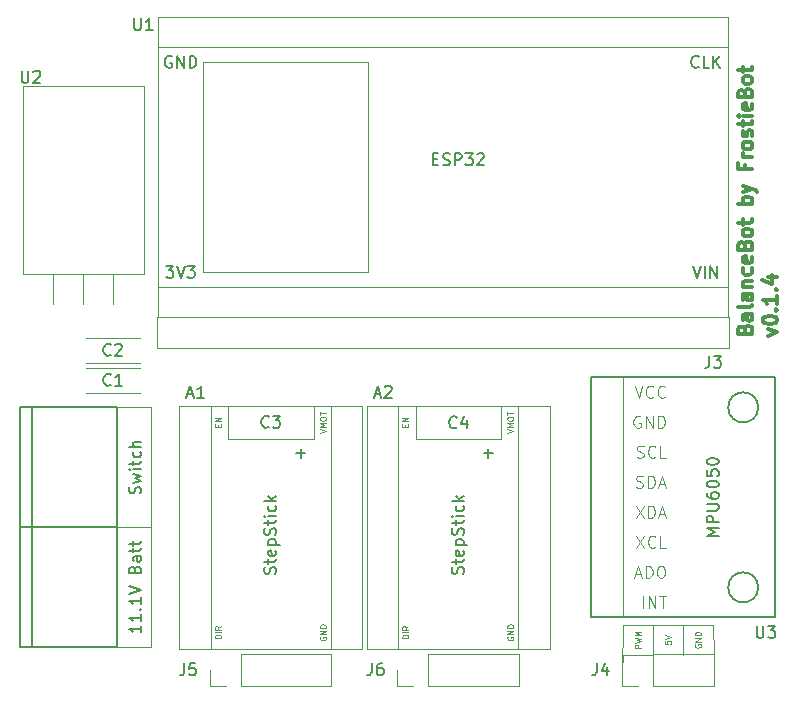
<source format=gbr>
G04 #@! TF.GenerationSoftware,KiCad,Pcbnew,(5.1.2-1)-1*
G04 #@! TF.CreationDate,2019-10-28T15:32:03-04:00*
G04 #@! TF.ProjectId,balancebot,62616c61-6e63-4656-926f-742e6b696361,rev?*
G04 #@! TF.SameCoordinates,Original*
G04 #@! TF.FileFunction,Legend,Top*
G04 #@! TF.FilePolarity,Positive*
%FSLAX46Y46*%
G04 Gerber Fmt 4.6, Leading zero omitted, Abs format (unit mm)*
G04 Created by KiCad (PCBNEW (5.1.2-1)-1) date 2019-10-28 15:32:03*
%MOMM*%
%LPD*%
G04 APERTURE LIST*
%ADD10C,0.150000*%
%ADD11C,0.300000*%
%ADD12C,0.120000*%
%ADD13C,0.125000*%
%ADD14C,0.127000*%
G04 APERTURE END LIST*
D10*
X-8492857Y12136428D02*
X-8159523Y12136428D01*
X-8016666Y11612619D02*
X-8492857Y11612619D01*
X-8492857Y12612619D01*
X-8016666Y12612619D01*
X-7635714Y11660238D02*
X-7492857Y11612619D01*
X-7254761Y11612619D01*
X-7159523Y11660238D01*
X-7111904Y11707857D01*
X-7064285Y11803095D01*
X-7064285Y11898333D01*
X-7111904Y11993571D01*
X-7159523Y12041190D01*
X-7254761Y12088809D01*
X-7445238Y12136428D01*
X-7540476Y12184047D01*
X-7588095Y12231666D01*
X-7635714Y12326904D01*
X-7635714Y12422142D01*
X-7588095Y12517380D01*
X-7540476Y12565000D01*
X-7445238Y12612619D01*
X-7207142Y12612619D01*
X-7064285Y12565000D01*
X-6635714Y11612619D02*
X-6635714Y12612619D01*
X-6254761Y12612619D01*
X-6159523Y12565000D01*
X-6111904Y12517380D01*
X-6064285Y12422142D01*
X-6064285Y12279285D01*
X-6111904Y12184047D01*
X-6159523Y12136428D01*
X-6254761Y12088809D01*
X-6635714Y12088809D01*
X-5730952Y12612619D02*
X-5111904Y12612619D01*
X-5445238Y12231666D01*
X-5302380Y12231666D01*
X-5207142Y12184047D01*
X-5159523Y12136428D01*
X-5111904Y12041190D01*
X-5111904Y11803095D01*
X-5159523Y11707857D01*
X-5207142Y11660238D01*
X-5302380Y11612619D01*
X-5588095Y11612619D01*
X-5683333Y11660238D01*
X-5730952Y11707857D01*
X-4730952Y12517380D02*
X-4683333Y12565000D01*
X-4588095Y12612619D01*
X-4350000Y12612619D01*
X-4254761Y12565000D01*
X-4207142Y12517380D01*
X-4159523Y12422142D01*
X-4159523Y12326904D01*
X-4207142Y12184047D01*
X-4778571Y11612619D01*
X-4159523Y11612619D01*
X-5945238Y-22970714D02*
X-5897619Y-22827857D01*
X-5897619Y-22589761D01*
X-5945238Y-22494523D01*
X-5992857Y-22446904D01*
X-6088095Y-22399285D01*
X-6183333Y-22399285D01*
X-6278571Y-22446904D01*
X-6326190Y-22494523D01*
X-6373809Y-22589761D01*
X-6421428Y-22780238D01*
X-6469047Y-22875476D01*
X-6516666Y-22923095D01*
X-6611904Y-22970714D01*
X-6707142Y-22970714D01*
X-6802380Y-22923095D01*
X-6850000Y-22875476D01*
X-6897619Y-22780238D01*
X-6897619Y-22542142D01*
X-6850000Y-22399285D01*
X-6564285Y-22113571D02*
X-6564285Y-21732619D01*
X-6897619Y-21970714D02*
X-6040476Y-21970714D01*
X-5945238Y-21923095D01*
X-5897619Y-21827857D01*
X-5897619Y-21732619D01*
X-5945238Y-21018333D02*
X-5897619Y-21113571D01*
X-5897619Y-21304047D01*
X-5945238Y-21399285D01*
X-6040476Y-21446904D01*
X-6421428Y-21446904D01*
X-6516666Y-21399285D01*
X-6564285Y-21304047D01*
X-6564285Y-21113571D01*
X-6516666Y-21018333D01*
X-6421428Y-20970714D01*
X-6326190Y-20970714D01*
X-6230952Y-21446904D01*
X-6564285Y-20542142D02*
X-5564285Y-20542142D01*
X-6516666Y-20542142D02*
X-6564285Y-20446904D01*
X-6564285Y-20256428D01*
X-6516666Y-20161190D01*
X-6469047Y-20113571D01*
X-6373809Y-20065952D01*
X-6088095Y-20065952D01*
X-5992857Y-20113571D01*
X-5945238Y-20161190D01*
X-5897619Y-20256428D01*
X-5897619Y-20446904D01*
X-5945238Y-20542142D01*
X-5945238Y-19685000D02*
X-5897619Y-19542142D01*
X-5897619Y-19304047D01*
X-5945238Y-19208809D01*
X-5992857Y-19161190D01*
X-6088095Y-19113571D01*
X-6183333Y-19113571D01*
X-6278571Y-19161190D01*
X-6326190Y-19208809D01*
X-6373809Y-19304047D01*
X-6421428Y-19494523D01*
X-6469047Y-19589761D01*
X-6516666Y-19637380D01*
X-6611904Y-19685000D01*
X-6707142Y-19685000D01*
X-6802380Y-19637380D01*
X-6850000Y-19589761D01*
X-6897619Y-19494523D01*
X-6897619Y-19256428D01*
X-6850000Y-19113571D01*
X-6564285Y-18827857D02*
X-6564285Y-18446904D01*
X-6897619Y-18685000D02*
X-6040476Y-18685000D01*
X-5945238Y-18637380D01*
X-5897619Y-18542142D01*
X-5897619Y-18446904D01*
X-5897619Y-18113571D02*
X-6564285Y-18113571D01*
X-6897619Y-18113571D02*
X-6850000Y-18161190D01*
X-6802380Y-18113571D01*
X-6850000Y-18065952D01*
X-6897619Y-18113571D01*
X-6802380Y-18113571D01*
X-5945238Y-17208809D02*
X-5897619Y-17304047D01*
X-5897619Y-17494523D01*
X-5945238Y-17589761D01*
X-5992857Y-17637380D01*
X-6088095Y-17685000D01*
X-6373809Y-17685000D01*
X-6469047Y-17637380D01*
X-6516666Y-17589761D01*
X-6564285Y-17494523D01*
X-6564285Y-17304047D01*
X-6516666Y-17208809D01*
X-5897619Y-16780238D02*
X-6897619Y-16780238D01*
X-6278571Y-16685000D02*
X-5897619Y-16399285D01*
X-6564285Y-16399285D02*
X-6183333Y-16780238D01*
X-21820238Y-22970714D02*
X-21772619Y-22827857D01*
X-21772619Y-22589761D01*
X-21820238Y-22494523D01*
X-21867857Y-22446904D01*
X-21963095Y-22399285D01*
X-22058333Y-22399285D01*
X-22153571Y-22446904D01*
X-22201190Y-22494523D01*
X-22248809Y-22589761D01*
X-22296428Y-22780238D01*
X-22344047Y-22875476D01*
X-22391666Y-22923095D01*
X-22486904Y-22970714D01*
X-22582142Y-22970714D01*
X-22677380Y-22923095D01*
X-22725000Y-22875476D01*
X-22772619Y-22780238D01*
X-22772619Y-22542142D01*
X-22725000Y-22399285D01*
X-22439285Y-22113571D02*
X-22439285Y-21732619D01*
X-22772619Y-21970714D02*
X-21915476Y-21970714D01*
X-21820238Y-21923095D01*
X-21772619Y-21827857D01*
X-21772619Y-21732619D01*
X-21820238Y-21018333D02*
X-21772619Y-21113571D01*
X-21772619Y-21304047D01*
X-21820238Y-21399285D01*
X-21915476Y-21446904D01*
X-22296428Y-21446904D01*
X-22391666Y-21399285D01*
X-22439285Y-21304047D01*
X-22439285Y-21113571D01*
X-22391666Y-21018333D01*
X-22296428Y-20970714D01*
X-22201190Y-20970714D01*
X-22105952Y-21446904D01*
X-22439285Y-20542142D02*
X-21439285Y-20542142D01*
X-22391666Y-20542142D02*
X-22439285Y-20446904D01*
X-22439285Y-20256428D01*
X-22391666Y-20161190D01*
X-22344047Y-20113571D01*
X-22248809Y-20065952D01*
X-21963095Y-20065952D01*
X-21867857Y-20113571D01*
X-21820238Y-20161190D01*
X-21772619Y-20256428D01*
X-21772619Y-20446904D01*
X-21820238Y-20542142D01*
X-21820238Y-19685000D02*
X-21772619Y-19542142D01*
X-21772619Y-19304047D01*
X-21820238Y-19208809D01*
X-21867857Y-19161190D01*
X-21963095Y-19113571D01*
X-22058333Y-19113571D01*
X-22153571Y-19161190D01*
X-22201190Y-19208809D01*
X-22248809Y-19304047D01*
X-22296428Y-19494523D01*
X-22344047Y-19589761D01*
X-22391666Y-19637380D01*
X-22486904Y-19685000D01*
X-22582142Y-19685000D01*
X-22677380Y-19637380D01*
X-22725000Y-19589761D01*
X-22772619Y-19494523D01*
X-22772619Y-19256428D01*
X-22725000Y-19113571D01*
X-22439285Y-18827857D02*
X-22439285Y-18446904D01*
X-22772619Y-18685000D02*
X-21915476Y-18685000D01*
X-21820238Y-18637380D01*
X-21772619Y-18542142D01*
X-21772619Y-18446904D01*
X-21772619Y-18113571D02*
X-22439285Y-18113571D01*
X-22772619Y-18113571D02*
X-22725000Y-18161190D01*
X-22677380Y-18113571D01*
X-22725000Y-18065952D01*
X-22772619Y-18113571D01*
X-22677380Y-18113571D01*
X-21820238Y-17208809D02*
X-21772619Y-17304047D01*
X-21772619Y-17494523D01*
X-21820238Y-17589761D01*
X-21867857Y-17637380D01*
X-21963095Y-17685000D01*
X-22248809Y-17685000D01*
X-22344047Y-17637380D01*
X-22391666Y-17589761D01*
X-22439285Y-17494523D01*
X-22439285Y-17304047D01*
X-22391666Y-17208809D01*
X-21772619Y-16780238D02*
X-22772619Y-16780238D01*
X-22153571Y-16685000D02*
X-21772619Y-16399285D01*
X-22439285Y-16399285D02*
X-22058333Y-16780238D01*
D11*
X17914285Y-2294285D02*
X17971428Y-2122857D01*
X18028571Y-2065714D01*
X18142857Y-2008571D01*
X18314285Y-2008571D01*
X18428571Y-2065714D01*
X18485714Y-2122857D01*
X18542857Y-2237142D01*
X18542857Y-2694285D01*
X17342857Y-2694285D01*
X17342857Y-2294285D01*
X17400000Y-2180000D01*
X17457142Y-2122857D01*
X17571428Y-2065714D01*
X17685714Y-2065714D01*
X17800000Y-2122857D01*
X17857142Y-2180000D01*
X17914285Y-2294285D01*
X17914285Y-2694285D01*
X18542857Y-980000D02*
X17914285Y-980000D01*
X17800000Y-1037142D01*
X17742857Y-1151428D01*
X17742857Y-1380000D01*
X17800000Y-1494285D01*
X18485714Y-980000D02*
X18542857Y-1094285D01*
X18542857Y-1380000D01*
X18485714Y-1494285D01*
X18371428Y-1551428D01*
X18257142Y-1551428D01*
X18142857Y-1494285D01*
X18085714Y-1380000D01*
X18085714Y-1094285D01*
X18028571Y-980000D01*
X18542857Y-237142D02*
X18485714Y-351428D01*
X18371428Y-408571D01*
X17342857Y-408571D01*
X18542857Y734285D02*
X17914285Y734285D01*
X17800000Y677142D01*
X17742857Y562857D01*
X17742857Y334285D01*
X17800000Y220000D01*
X18485714Y734285D02*
X18542857Y620000D01*
X18542857Y334285D01*
X18485714Y220000D01*
X18371428Y162857D01*
X18257142Y162857D01*
X18142857Y220000D01*
X18085714Y334285D01*
X18085714Y620000D01*
X18028571Y734285D01*
X17742857Y1305714D02*
X18542857Y1305714D01*
X17857142Y1305714D02*
X17800000Y1362857D01*
X17742857Y1477142D01*
X17742857Y1648571D01*
X17800000Y1762857D01*
X17914285Y1820000D01*
X18542857Y1820000D01*
X18485714Y2905714D02*
X18542857Y2791428D01*
X18542857Y2562857D01*
X18485714Y2448571D01*
X18428571Y2391428D01*
X18314285Y2334285D01*
X17971428Y2334285D01*
X17857142Y2391428D01*
X17800000Y2448571D01*
X17742857Y2562857D01*
X17742857Y2791428D01*
X17800000Y2905714D01*
X18485714Y3877142D02*
X18542857Y3762857D01*
X18542857Y3534285D01*
X18485714Y3420000D01*
X18371428Y3362857D01*
X17914285Y3362857D01*
X17800000Y3420000D01*
X17742857Y3534285D01*
X17742857Y3762857D01*
X17800000Y3877142D01*
X17914285Y3934285D01*
X18028571Y3934285D01*
X18142857Y3362857D01*
X17914285Y4848571D02*
X17971428Y5020000D01*
X18028571Y5077142D01*
X18142857Y5134285D01*
X18314285Y5134285D01*
X18428571Y5077142D01*
X18485714Y5020000D01*
X18542857Y4905714D01*
X18542857Y4448571D01*
X17342857Y4448571D01*
X17342857Y4848571D01*
X17400000Y4962857D01*
X17457142Y5020000D01*
X17571428Y5077142D01*
X17685714Y5077142D01*
X17800000Y5020000D01*
X17857142Y4962857D01*
X17914285Y4848571D01*
X17914285Y4448571D01*
X18542857Y5820000D02*
X18485714Y5705714D01*
X18428571Y5648571D01*
X18314285Y5591428D01*
X17971428Y5591428D01*
X17857142Y5648571D01*
X17800000Y5705714D01*
X17742857Y5820000D01*
X17742857Y5991428D01*
X17800000Y6105714D01*
X17857142Y6162857D01*
X17971428Y6220000D01*
X18314285Y6220000D01*
X18428571Y6162857D01*
X18485714Y6105714D01*
X18542857Y5991428D01*
X18542857Y5820000D01*
X17742857Y6562857D02*
X17742857Y7020000D01*
X17342857Y6734285D02*
X18371428Y6734285D01*
X18485714Y6791428D01*
X18542857Y6905714D01*
X18542857Y7020000D01*
X18542857Y8334285D02*
X17342857Y8334285D01*
X17800000Y8334285D02*
X17742857Y8448571D01*
X17742857Y8677142D01*
X17800000Y8791428D01*
X17857142Y8848571D01*
X17971428Y8905714D01*
X18314285Y8905714D01*
X18428571Y8848571D01*
X18485714Y8791428D01*
X18542857Y8677142D01*
X18542857Y8448571D01*
X18485714Y8334285D01*
X17742857Y9305714D02*
X18542857Y9591428D01*
X17742857Y9877142D02*
X18542857Y9591428D01*
X18828571Y9477142D01*
X18885714Y9420000D01*
X18942857Y9305714D01*
X17914285Y11648571D02*
X17914285Y11248571D01*
X18542857Y11248571D02*
X17342857Y11248571D01*
X17342857Y11820000D01*
X18542857Y12277142D02*
X17742857Y12277142D01*
X17971428Y12277142D02*
X17857142Y12334285D01*
X17800000Y12391428D01*
X17742857Y12505714D01*
X17742857Y12620000D01*
X18542857Y13191428D02*
X18485714Y13077142D01*
X18428571Y13020000D01*
X18314285Y12962857D01*
X17971428Y12962857D01*
X17857142Y13020000D01*
X17800000Y13077142D01*
X17742857Y13191428D01*
X17742857Y13362857D01*
X17800000Y13477142D01*
X17857142Y13534285D01*
X17971428Y13591428D01*
X18314285Y13591428D01*
X18428571Y13534285D01*
X18485714Y13477142D01*
X18542857Y13362857D01*
X18542857Y13191428D01*
X18485714Y14048571D02*
X18542857Y14162857D01*
X18542857Y14391428D01*
X18485714Y14505714D01*
X18371428Y14562857D01*
X18314285Y14562857D01*
X18200000Y14505714D01*
X18142857Y14391428D01*
X18142857Y14220000D01*
X18085714Y14105714D01*
X17971428Y14048571D01*
X17914285Y14048571D01*
X17800000Y14105714D01*
X17742857Y14220000D01*
X17742857Y14391428D01*
X17800000Y14505714D01*
X17742857Y14905714D02*
X17742857Y15362857D01*
X17342857Y15077142D02*
X18371428Y15077142D01*
X18485714Y15134285D01*
X18542857Y15248571D01*
X18542857Y15362857D01*
X18542857Y15762857D02*
X17742857Y15762857D01*
X17342857Y15762857D02*
X17400000Y15705714D01*
X17457142Y15762857D01*
X17400000Y15820000D01*
X17342857Y15762857D01*
X17457142Y15762857D01*
X18485714Y16791428D02*
X18542857Y16677142D01*
X18542857Y16448571D01*
X18485714Y16334285D01*
X18371428Y16277142D01*
X17914285Y16277142D01*
X17800000Y16334285D01*
X17742857Y16448571D01*
X17742857Y16677142D01*
X17800000Y16791428D01*
X17914285Y16848571D01*
X18028571Y16848571D01*
X18142857Y16277142D01*
X17914285Y17762857D02*
X17971428Y17934285D01*
X18028571Y17991428D01*
X18142857Y18048571D01*
X18314285Y18048571D01*
X18428571Y17991428D01*
X18485714Y17934285D01*
X18542857Y17820000D01*
X18542857Y17362857D01*
X17342857Y17362857D01*
X17342857Y17762857D01*
X17400000Y17877142D01*
X17457142Y17934285D01*
X17571428Y17991428D01*
X17685714Y17991428D01*
X17800000Y17934285D01*
X17857142Y17877142D01*
X17914285Y17762857D01*
X17914285Y17362857D01*
X18542857Y18734285D02*
X18485714Y18620000D01*
X18428571Y18562857D01*
X18314285Y18505714D01*
X17971428Y18505714D01*
X17857142Y18562857D01*
X17800000Y18620000D01*
X17742857Y18734285D01*
X17742857Y18905714D01*
X17800000Y19020000D01*
X17857142Y19077142D01*
X17971428Y19134285D01*
X18314285Y19134285D01*
X18428571Y19077142D01*
X18485714Y19020000D01*
X18542857Y18905714D01*
X18542857Y18734285D01*
X17742857Y19477142D02*
X17742857Y19934285D01*
X17342857Y19648571D02*
X18371428Y19648571D01*
X18485714Y19705714D01*
X18542857Y19820000D01*
X18542857Y19934285D01*
X19842857Y-2808571D02*
X20642857Y-2522857D01*
X19842857Y-2237142D01*
X19442857Y-1551428D02*
X19442857Y-1437142D01*
X19500000Y-1322857D01*
X19557142Y-1265714D01*
X19671428Y-1208571D01*
X19900000Y-1151428D01*
X20185714Y-1151428D01*
X20414285Y-1208571D01*
X20528571Y-1265714D01*
X20585714Y-1322857D01*
X20642857Y-1437142D01*
X20642857Y-1551428D01*
X20585714Y-1665714D01*
X20528571Y-1722857D01*
X20414285Y-1780000D01*
X20185714Y-1837142D01*
X19900000Y-1837142D01*
X19671428Y-1780000D01*
X19557142Y-1722857D01*
X19500000Y-1665714D01*
X19442857Y-1551428D01*
X20528571Y-637142D02*
X20585714Y-580000D01*
X20642857Y-637142D01*
X20585714Y-694285D01*
X20528571Y-637142D01*
X20642857Y-637142D01*
X20642857Y562857D02*
X20642857Y-122857D01*
X20642857Y220000D02*
X19442857Y220000D01*
X19614285Y105714D01*
X19728571Y-8571D01*
X19785714Y-122857D01*
X20528571Y1077142D02*
X20585714Y1134285D01*
X20642857Y1077142D01*
X20585714Y1020000D01*
X20528571Y1077142D01*
X20642857Y1077142D01*
X19842857Y2162857D02*
X20642857Y2162857D01*
X19385714Y1877142D02*
X20242857Y1591428D01*
X20242857Y2334285D01*
D12*
X12700000Y-27305000D02*
X12700000Y-29845000D01*
X10160000Y-27305000D02*
X12700000Y-27305000D01*
X10160000Y-29845000D02*
X10160000Y-27305000D01*
X7620000Y-29845000D02*
X10160000Y-29845000D01*
X7560000Y-31115000D02*
X7620000Y-29845000D01*
X7620000Y-27305000D02*
X7560000Y-31115000D01*
X15240000Y-27305000D02*
X7620000Y-27305000D01*
X15300000Y-29785000D02*
X15240000Y-27305000D01*
D13*
X13720000Y-28955952D02*
X13696190Y-29003571D01*
X13696190Y-29075000D01*
X13720000Y-29146428D01*
X13767619Y-29194047D01*
X13815238Y-29217857D01*
X13910476Y-29241666D01*
X13981904Y-29241666D01*
X14077142Y-29217857D01*
X14124761Y-29194047D01*
X14172380Y-29146428D01*
X14196190Y-29075000D01*
X14196190Y-29027380D01*
X14172380Y-28955952D01*
X14148571Y-28932142D01*
X13981904Y-28932142D01*
X13981904Y-29027380D01*
X14196190Y-28717857D02*
X13696190Y-28717857D01*
X14196190Y-28432142D01*
X13696190Y-28432142D01*
X14196190Y-28194047D02*
X13696190Y-28194047D01*
X13696190Y-28075000D01*
X13720000Y-28003571D01*
X13767619Y-27955952D01*
X13815238Y-27932142D01*
X13910476Y-27908333D01*
X13981904Y-27908333D01*
X14077142Y-27932142D01*
X14124761Y-27955952D01*
X14172380Y-28003571D01*
X14196190Y-28075000D01*
X14196190Y-28194047D01*
X11156190Y-28670238D02*
X11156190Y-28908333D01*
X11394285Y-28932142D01*
X11370476Y-28908333D01*
X11346666Y-28860714D01*
X11346666Y-28741666D01*
X11370476Y-28694047D01*
X11394285Y-28670238D01*
X11441904Y-28646428D01*
X11560952Y-28646428D01*
X11608571Y-28670238D01*
X11632380Y-28694047D01*
X11656190Y-28741666D01*
X11656190Y-28860714D01*
X11632380Y-28908333D01*
X11608571Y-28932142D01*
X11156190Y-28503571D02*
X11656190Y-28336904D01*
X11156190Y-28170238D01*
X9116190Y-29277380D02*
X8616190Y-29277380D01*
X8616190Y-29086904D01*
X8640000Y-29039285D01*
X8663809Y-29015476D01*
X8711428Y-28991666D01*
X8782857Y-28991666D01*
X8830476Y-29015476D01*
X8854285Y-29039285D01*
X8878095Y-29086904D01*
X8878095Y-29277380D01*
X8616190Y-28825000D02*
X9116190Y-28705952D01*
X8759047Y-28610714D01*
X9116190Y-28515476D01*
X8616190Y-28396428D01*
X9116190Y-28205952D02*
X8616190Y-28205952D01*
X8973333Y-28039285D01*
X8616190Y-27872619D01*
X9116190Y-27872619D01*
D12*
X-32385000Y-8890000D02*
X-32385000Y-19050000D01*
X-35270000Y-8890000D02*
X-32385000Y-8890000D01*
D10*
X-4190952Y-12771428D02*
X-3429047Y-12771428D01*
X-3810000Y-13152380D02*
X-3810000Y-12390476D01*
X-20065952Y-12771428D02*
X-19304047Y-12771428D01*
X-19685000Y-13152380D02*
X-19685000Y-12390476D01*
D12*
X-32385000Y-29210000D02*
X-35270000Y-29210000D01*
X-32385000Y-19050000D02*
X-32385000Y-29210000D01*
X-35270000Y-19050000D02*
X-32385000Y-19050000D01*
X-31813500Y-3870000D02*
X-31813500Y-1206500D01*
X-31813500Y-3873500D02*
X-29210000Y-3873500D01*
X-31813500Y-1210000D02*
X16570000Y-1210000D01*
X16570000Y-3870000D02*
X16570000Y-1210000D01*
X-29210000Y-3870000D02*
X16570000Y-3870000D01*
X7620000Y-6350000D02*
X7620000Y-26670000D01*
D10*
X4889500Y-6350000D02*
X20510500Y-6350000D01*
X4889500Y-26670000D02*
X4889500Y-6350000D01*
X20510500Y-26670000D02*
X4889500Y-26670000D01*
X20510500Y-6350000D02*
X20510500Y-26670000D01*
X19050000Y-24130000D02*
G75*
G03X19050000Y-24130000I-1270000J0D01*
G01*
X19050000Y-8890000D02*
G75*
G03X19050000Y-8890000I-1270000J0D01*
G01*
D12*
X1400000Y-8760000D02*
X-11430000Y-8760000D01*
X1400000Y-29340000D02*
X1400000Y-8760000D01*
X-14100000Y-29340000D02*
X1400000Y-29340000D01*
X-14100000Y-11430000D02*
X-14100000Y-29340000D01*
X-11430000Y-8760000D02*
X-11430000Y-11430000D01*
X-14100000Y-8760000D02*
X-14097000Y-11430000D01*
X-11430000Y-8763000D02*
X-14100000Y-8760000D01*
X-11430000Y-11430000D02*
X-11430000Y-29340000D01*
X-1270000Y-8760000D02*
X-1270000Y-29340000D01*
D14*
X-42470000Y-8890000D02*
X-42470000Y-19050000D01*
X-42470000Y-8890000D02*
X-35270000Y-8890000D01*
X-43470000Y-8890000D02*
X-42470000Y-8890000D01*
X-43470000Y-19050000D02*
X-43470000Y-8890000D01*
X-42470000Y-19050000D02*
X-43470000Y-19050000D01*
X-35270000Y-19050000D02*
X-42470000Y-19050000D01*
X-35270000Y-8890000D02*
X-35270000Y-19050000D01*
X-42470000Y-19050000D02*
X-42470000Y-29210000D01*
X-42470000Y-19050000D02*
X-35270000Y-19050000D01*
X-43470000Y-19050000D02*
X-42470000Y-19050000D01*
X-43470000Y-29210000D02*
X-43470000Y-19050000D01*
X-42470000Y-29210000D02*
X-43470000Y-29210000D01*
X-35270000Y-29210000D02*
X-42470000Y-29210000D01*
X-35270000Y-19050000D02*
X-35270000Y-29210000D01*
D12*
X-9930000Y-11530000D02*
X-9930000Y-8790000D01*
X-2690000Y-11530000D02*
X-2690000Y-8790000D01*
X-2690000Y-8790000D02*
X-9930000Y-8790000D01*
X-2690000Y-11530000D02*
X-9930000Y-11530000D01*
X-25805000Y-11530000D02*
X-25805000Y-8790000D01*
X-18565000Y-11530000D02*
X-18565000Y-8790000D01*
X-18565000Y-8790000D02*
X-25805000Y-8790000D01*
X-18565000Y-11530000D02*
X-25805000Y-11530000D01*
X-14475000Y-8760000D02*
X-27305000Y-8760000D01*
X-14475000Y-29340000D02*
X-14475000Y-8760000D01*
X-29975000Y-29340000D02*
X-14475000Y-29340000D01*
X-29975000Y-11430000D02*
X-29975000Y-29340000D01*
X-27305000Y-8760000D02*
X-27305000Y-11430000D01*
X-29975000Y-8760000D02*
X-29972000Y-11430000D01*
X-27305000Y-8763000D02*
X-29975000Y-8760000D01*
X-27305000Y-11430000D02*
X-27305000Y-29340000D01*
X-17145000Y-8760000D02*
X-17145000Y-29340000D01*
X-35560000Y2420000D02*
X-35560000Y-120000D01*
X-38100000Y2420000D02*
X-38100000Y-120000D01*
X-40640000Y2420000D02*
X-40640000Y-120000D01*
X-32980000Y18310000D02*
X-32980000Y2420000D01*
X-43220000Y18310000D02*
X-43220000Y2420000D01*
X-43220000Y18310000D02*
X-32980000Y18310000D01*
X-43220000Y2420000D02*
X-32980000Y2420000D01*
X-13970000Y2540000D02*
X-27940000Y2540000D01*
X-13970000Y20320000D02*
X-13970000Y2540000D01*
X-27940000Y20320000D02*
X-13970000Y20320000D01*
X-27940000Y2540000D02*
X-27940000Y20320000D01*
X-31750000Y-1270000D02*
X-29210000Y-1270000D01*
X-31750000Y1270000D02*
X-31750000Y-1270000D01*
X-31750000Y-1270000D02*
X-31750000Y0D01*
X-29210000Y1270000D02*
X-31750000Y1270000D01*
X-31750000Y21590000D02*
X16510000Y21590000D01*
X-29210000Y1270000D02*
X16510000Y1270000D01*
X16510000Y-1270000D02*
X16510000Y24130000D01*
X-29210000Y-1270000D02*
X16510000Y-1270000D01*
X-31750000Y24130000D02*
X16510000Y24130000D01*
X-31750000Y1270000D02*
X-31750000Y24130000D01*
X-11490000Y-32445000D02*
X-11490000Y-31115000D01*
X-10160000Y-32445000D02*
X-11490000Y-32445000D01*
X-8890000Y-32445000D02*
X-8890000Y-29785000D01*
X-8890000Y-29785000D02*
X-1210000Y-29785000D01*
X-8890000Y-32445000D02*
X-1210000Y-32445000D01*
X-1210000Y-32445000D02*
X-1210000Y-29785000D01*
X-27365000Y-32445000D02*
X-27365000Y-31115000D01*
X-26035000Y-32445000D02*
X-27365000Y-32445000D01*
X-24765000Y-32445000D02*
X-24765000Y-29785000D01*
X-24765000Y-29785000D02*
X-17085000Y-29785000D01*
X-24765000Y-32445000D02*
X-17085000Y-32445000D01*
X-17085000Y-32445000D02*
X-17085000Y-29785000D01*
X7560000Y-32445000D02*
X7560000Y-31115000D01*
X8890000Y-32445000D02*
X7560000Y-32445000D01*
X10160000Y-32445000D02*
X10160000Y-29785000D01*
X10160000Y-29785000D02*
X15300000Y-29785000D01*
X10160000Y-32445000D02*
X15300000Y-32445000D01*
X15300000Y-32445000D02*
X15300000Y-29785000D01*
X-37870000Y-2994000D02*
X-33330000Y-2994000D01*
X-37870000Y-5134000D02*
X-33330000Y-5134000D01*
X-37870000Y-2994000D02*
X-37870000Y-3009000D01*
X-37870000Y-5119000D02*
X-37870000Y-5134000D01*
X-33330000Y-2994000D02*
X-33330000Y-3009000D01*
X-33330000Y-5119000D02*
X-33330000Y-5134000D01*
X-33330000Y-7659000D02*
X-33330000Y-7674000D01*
X-33330000Y-5534000D02*
X-33330000Y-5549000D01*
X-37870000Y-7659000D02*
X-37870000Y-7674000D01*
X-37870000Y-5534000D02*
X-37870000Y-5549000D01*
X-37870000Y-7674000D02*
X-33330000Y-7674000D01*
X-37870000Y-5534000D02*
X-33330000Y-5534000D01*
D10*
X14906666Y-4532380D02*
X14906666Y-5246666D01*
X14859047Y-5389523D01*
X14763809Y-5484761D01*
X14620952Y-5532380D01*
X14525714Y-5532380D01*
X15287619Y-4532380D02*
X15906666Y-4532380D01*
X15573333Y-4913333D01*
X15716190Y-4913333D01*
X15811428Y-4960952D01*
X15859047Y-5008571D01*
X15906666Y-5103809D01*
X15906666Y-5341904D01*
X15859047Y-5437142D01*
X15811428Y-5484761D01*
X15716190Y-5532380D01*
X15430476Y-5532380D01*
X15335238Y-5484761D01*
X15287619Y-5437142D01*
X18923095Y-27392380D02*
X18923095Y-28201904D01*
X18970714Y-28297142D01*
X19018333Y-28344761D01*
X19113571Y-28392380D01*
X19304047Y-28392380D01*
X19399285Y-28344761D01*
X19446904Y-28297142D01*
X19494523Y-28201904D01*
X19494523Y-27392380D01*
X19875476Y-27392380D02*
X20494523Y-27392380D01*
X20161190Y-27773333D01*
X20304047Y-27773333D01*
X20399285Y-27820952D01*
X20446904Y-27868571D01*
X20494523Y-27963809D01*
X20494523Y-28201904D01*
X20446904Y-28297142D01*
X20399285Y-28344761D01*
X20304047Y-28392380D01*
X20018333Y-28392380D01*
X19923095Y-28344761D01*
X19875476Y-28297142D01*
X15692380Y-19771904D02*
X14692380Y-19771904D01*
X15406666Y-19438571D01*
X14692380Y-19105238D01*
X15692380Y-19105238D01*
X15692380Y-18629047D02*
X14692380Y-18629047D01*
X14692380Y-18248095D01*
X14740000Y-18152857D01*
X14787619Y-18105238D01*
X14882857Y-18057619D01*
X15025714Y-18057619D01*
X15120952Y-18105238D01*
X15168571Y-18152857D01*
X15216190Y-18248095D01*
X15216190Y-18629047D01*
X14692380Y-17629047D02*
X15501904Y-17629047D01*
X15597142Y-17581428D01*
X15644761Y-17533809D01*
X15692380Y-17438571D01*
X15692380Y-17248095D01*
X15644761Y-17152857D01*
X15597142Y-17105238D01*
X15501904Y-17057619D01*
X14692380Y-17057619D01*
X14692380Y-16152857D02*
X14692380Y-16343333D01*
X14740000Y-16438571D01*
X14787619Y-16486190D01*
X14930476Y-16581428D01*
X15120952Y-16629047D01*
X15501904Y-16629047D01*
X15597142Y-16581428D01*
X15644761Y-16533809D01*
X15692380Y-16438571D01*
X15692380Y-16248095D01*
X15644761Y-16152857D01*
X15597142Y-16105238D01*
X15501904Y-16057619D01*
X15263809Y-16057619D01*
X15168571Y-16105238D01*
X15120952Y-16152857D01*
X15073333Y-16248095D01*
X15073333Y-16438571D01*
X15120952Y-16533809D01*
X15168571Y-16581428D01*
X15263809Y-16629047D01*
X14692380Y-15438571D02*
X14692380Y-15343333D01*
X14740000Y-15248095D01*
X14787619Y-15200476D01*
X14882857Y-15152857D01*
X15073333Y-15105238D01*
X15311428Y-15105238D01*
X15501904Y-15152857D01*
X15597142Y-15200476D01*
X15644761Y-15248095D01*
X15692380Y-15343333D01*
X15692380Y-15438571D01*
X15644761Y-15533809D01*
X15597142Y-15581428D01*
X15501904Y-15629047D01*
X15311428Y-15676666D01*
X15073333Y-15676666D01*
X14882857Y-15629047D01*
X14787619Y-15581428D01*
X14740000Y-15533809D01*
X14692380Y-15438571D01*
X14692380Y-14200476D02*
X14692380Y-14676666D01*
X15168571Y-14724285D01*
X15120952Y-14676666D01*
X15073333Y-14581428D01*
X15073333Y-14343333D01*
X15120952Y-14248095D01*
X15168571Y-14200476D01*
X15263809Y-14152857D01*
X15501904Y-14152857D01*
X15597142Y-14200476D01*
X15644761Y-14248095D01*
X15692380Y-14343333D01*
X15692380Y-14581428D01*
X15644761Y-14676666D01*
X15597142Y-14724285D01*
X14692380Y-13533809D02*
X14692380Y-13438571D01*
X14740000Y-13343333D01*
X14787619Y-13295714D01*
X14882857Y-13248095D01*
X15073333Y-13200476D01*
X15311428Y-13200476D01*
X15501904Y-13248095D01*
X15597142Y-13295714D01*
X15644761Y-13343333D01*
X15692380Y-13438571D01*
X15692380Y-13533809D01*
X15644761Y-13629047D01*
X15597142Y-13676666D01*
X15501904Y-13724285D01*
X15311428Y-13771904D01*
X15073333Y-13771904D01*
X14882857Y-13724285D01*
X14787619Y-13676666D01*
X14740000Y-13629047D01*
X14692380Y-13533809D01*
D13*
X9301130Y-25852380D02*
X9301130Y-24852380D01*
X9777321Y-25852380D02*
X9777321Y-24852380D01*
X10348750Y-25852380D01*
X10348750Y-24852380D01*
X10682083Y-24852380D02*
X11253511Y-24852380D01*
X10967797Y-25852380D02*
X10967797Y-24852380D01*
X8634464Y-23026666D02*
X9110654Y-23026666D01*
X8539226Y-23312380D02*
X8872559Y-22312380D01*
X9205892Y-23312380D01*
X9539226Y-23312380D02*
X9539226Y-22312380D01*
X9777321Y-22312380D01*
X9920178Y-22360000D01*
X10015416Y-22455238D01*
X10063035Y-22550476D01*
X10110654Y-22740952D01*
X10110654Y-22883809D01*
X10063035Y-23074285D01*
X10015416Y-23169523D01*
X9920178Y-23264761D01*
X9777321Y-23312380D01*
X9539226Y-23312380D01*
X10729702Y-22312380D02*
X10920178Y-22312380D01*
X11015416Y-22360000D01*
X11110654Y-22455238D01*
X11158273Y-22645714D01*
X11158273Y-22979047D01*
X11110654Y-23169523D01*
X11015416Y-23264761D01*
X10920178Y-23312380D01*
X10729702Y-23312380D01*
X10634464Y-23264761D01*
X10539226Y-23169523D01*
X10491607Y-22979047D01*
X10491607Y-22645714D01*
X10539226Y-22455238D01*
X10634464Y-22360000D01*
X10729702Y-22312380D01*
X8729702Y-19772380D02*
X9396369Y-20772380D01*
X9396369Y-19772380D02*
X8729702Y-20772380D01*
X10348750Y-20677142D02*
X10301130Y-20724761D01*
X10158273Y-20772380D01*
X10063035Y-20772380D01*
X9920178Y-20724761D01*
X9824940Y-20629523D01*
X9777321Y-20534285D01*
X9729702Y-20343809D01*
X9729702Y-20200952D01*
X9777321Y-20010476D01*
X9824940Y-19915238D01*
X9920178Y-19820000D01*
X10063035Y-19772380D01*
X10158273Y-19772380D01*
X10301130Y-19820000D01*
X10348750Y-19867619D01*
X11253511Y-20772380D02*
X10777321Y-20772380D01*
X10777321Y-19772380D01*
X8682083Y-17232380D02*
X9348750Y-18232380D01*
X9348750Y-17232380D02*
X8682083Y-18232380D01*
X9729702Y-18232380D02*
X9729702Y-17232380D01*
X9967797Y-17232380D01*
X10110654Y-17280000D01*
X10205892Y-17375238D01*
X10253511Y-17470476D01*
X10301130Y-17660952D01*
X10301130Y-17803809D01*
X10253511Y-17994285D01*
X10205892Y-18089523D01*
X10110654Y-18184761D01*
X9967797Y-18232380D01*
X9729702Y-18232380D01*
X10682083Y-17946666D02*
X11158273Y-17946666D01*
X10586845Y-18232380D02*
X10920178Y-17232380D01*
X11253511Y-18232380D01*
X8729702Y-15644761D02*
X8872559Y-15692380D01*
X9110654Y-15692380D01*
X9205892Y-15644761D01*
X9253511Y-15597142D01*
X9301130Y-15501904D01*
X9301130Y-15406666D01*
X9253511Y-15311428D01*
X9205892Y-15263809D01*
X9110654Y-15216190D01*
X8920178Y-15168571D01*
X8824940Y-15120952D01*
X8777321Y-15073333D01*
X8729702Y-14978095D01*
X8729702Y-14882857D01*
X8777321Y-14787619D01*
X8824940Y-14740000D01*
X8920178Y-14692380D01*
X9158273Y-14692380D01*
X9301130Y-14740000D01*
X9729702Y-15692380D02*
X9729702Y-14692380D01*
X9967797Y-14692380D01*
X10110654Y-14740000D01*
X10205892Y-14835238D01*
X10253511Y-14930476D01*
X10301130Y-15120952D01*
X10301130Y-15263809D01*
X10253511Y-15454285D01*
X10205892Y-15549523D01*
X10110654Y-15644761D01*
X9967797Y-15692380D01*
X9729702Y-15692380D01*
X10682083Y-15406666D02*
X11158273Y-15406666D01*
X10586845Y-15692380D02*
X10920178Y-14692380D01*
X11253511Y-15692380D01*
X8777321Y-13104761D02*
X8920178Y-13152380D01*
X9158273Y-13152380D01*
X9253511Y-13104761D01*
X9301130Y-13057142D01*
X9348750Y-12961904D01*
X9348750Y-12866666D01*
X9301130Y-12771428D01*
X9253511Y-12723809D01*
X9158273Y-12676190D01*
X8967797Y-12628571D01*
X8872559Y-12580952D01*
X8824940Y-12533333D01*
X8777321Y-12438095D01*
X8777321Y-12342857D01*
X8824940Y-12247619D01*
X8872559Y-12200000D01*
X8967797Y-12152380D01*
X9205892Y-12152380D01*
X9348750Y-12200000D01*
X10348750Y-13057142D02*
X10301130Y-13104761D01*
X10158273Y-13152380D01*
X10063035Y-13152380D01*
X9920178Y-13104761D01*
X9824940Y-13009523D01*
X9777321Y-12914285D01*
X9729702Y-12723809D01*
X9729702Y-12580952D01*
X9777321Y-12390476D01*
X9824940Y-12295238D01*
X9920178Y-12200000D01*
X10063035Y-12152380D01*
X10158273Y-12152380D01*
X10301130Y-12200000D01*
X10348750Y-12247619D01*
X11253511Y-13152380D02*
X10777321Y-13152380D01*
X10777321Y-12152380D01*
X9063035Y-9660000D02*
X8967797Y-9612380D01*
X8824940Y-9612380D01*
X8682083Y-9660000D01*
X8586845Y-9755238D01*
X8539226Y-9850476D01*
X8491607Y-10040952D01*
X8491607Y-10183809D01*
X8539226Y-10374285D01*
X8586845Y-10469523D01*
X8682083Y-10564761D01*
X8824940Y-10612380D01*
X8920178Y-10612380D01*
X9063035Y-10564761D01*
X9110654Y-10517142D01*
X9110654Y-10183809D01*
X8920178Y-10183809D01*
X9539226Y-10612380D02*
X9539226Y-9612380D01*
X10110654Y-10612380D01*
X10110654Y-9612380D01*
X10586845Y-10612380D02*
X10586845Y-9612380D01*
X10824940Y-9612380D01*
X10967797Y-9660000D01*
X11063035Y-9755238D01*
X11110654Y-9850476D01*
X11158273Y-10040952D01*
X11158273Y-10183809D01*
X11110654Y-10374285D01*
X11063035Y-10469523D01*
X10967797Y-10564761D01*
X10824940Y-10612380D01*
X10586845Y-10612380D01*
X8586845Y-7072380D02*
X8920178Y-8072380D01*
X9253511Y-7072380D01*
X10158273Y-7977142D02*
X10110654Y-8024761D01*
X9967797Y-8072380D01*
X9872559Y-8072380D01*
X9729702Y-8024761D01*
X9634464Y-7929523D01*
X9586845Y-7834285D01*
X9539226Y-7643809D01*
X9539226Y-7500952D01*
X9586845Y-7310476D01*
X9634464Y-7215238D01*
X9729702Y-7120000D01*
X9872559Y-7072380D01*
X9967797Y-7072380D01*
X10110654Y-7120000D01*
X10158273Y-7167619D01*
X11158273Y-7977142D02*
X11110654Y-8024761D01*
X10967797Y-8072380D01*
X10872559Y-8072380D01*
X10729702Y-8024761D01*
X10634464Y-7929523D01*
X10586845Y-7834285D01*
X10539226Y-7643809D01*
X10539226Y-7500952D01*
X10586845Y-7310476D01*
X10634464Y-7215238D01*
X10729702Y-7120000D01*
X10872559Y-7072380D01*
X10967797Y-7072380D01*
X11110654Y-7120000D01*
X11158273Y-7167619D01*
D10*
X-13414285Y-7786666D02*
X-12938095Y-7786666D01*
X-13509523Y-8072380D02*
X-13176190Y-7072380D01*
X-12842857Y-8072380D01*
X-12557142Y-7167619D02*
X-12509523Y-7120000D01*
X-12414285Y-7072380D01*
X-12176190Y-7072380D01*
X-12080952Y-7120000D01*
X-12033333Y-7167619D01*
X-11985714Y-7262857D01*
X-11985714Y-7358095D01*
X-12033333Y-7500952D01*
X-12604761Y-8072380D01*
X-11985714Y-8072380D01*
D13*
X-2155000Y-28320952D02*
X-2178809Y-28368571D01*
X-2178809Y-28440000D01*
X-2155000Y-28511428D01*
X-2107380Y-28559047D01*
X-2059761Y-28582857D01*
X-1964523Y-28606666D01*
X-1893095Y-28606666D01*
X-1797857Y-28582857D01*
X-1750238Y-28559047D01*
X-1702619Y-28511428D01*
X-1678809Y-28440000D01*
X-1678809Y-28392380D01*
X-1702619Y-28320952D01*
X-1726428Y-28297142D01*
X-1893095Y-28297142D01*
X-1893095Y-28392380D01*
X-1678809Y-28082857D02*
X-2178809Y-28082857D01*
X-1678809Y-27797142D01*
X-2178809Y-27797142D01*
X-1678809Y-27559047D02*
X-2178809Y-27559047D01*
X-2178809Y-27440000D01*
X-2155000Y-27368571D01*
X-2107380Y-27320952D01*
X-2059761Y-27297142D01*
X-1964523Y-27273333D01*
X-1893095Y-27273333D01*
X-1797857Y-27297142D01*
X-1750238Y-27320952D01*
X-1702619Y-27368571D01*
X-1678809Y-27440000D01*
X-1678809Y-27559047D01*
X-10568809Y-28440000D02*
X-11068809Y-28440000D01*
X-11068809Y-28320952D01*
X-11045000Y-28249523D01*
X-10997380Y-28201904D01*
X-10949761Y-28178095D01*
X-10854523Y-28154285D01*
X-10783095Y-28154285D01*
X-10687857Y-28178095D01*
X-10640238Y-28201904D01*
X-10592619Y-28249523D01*
X-10568809Y-28320952D01*
X-10568809Y-28440000D01*
X-10568809Y-27940000D02*
X-11068809Y-27940000D01*
X-10568809Y-27416190D02*
X-10806904Y-27582857D01*
X-10568809Y-27701904D02*
X-11068809Y-27701904D01*
X-11068809Y-27511428D01*
X-11045000Y-27463809D01*
X-11021190Y-27440000D01*
X-10973571Y-27416190D01*
X-10902142Y-27416190D01*
X-10854523Y-27440000D01*
X-10830714Y-27463809D01*
X-10806904Y-27511428D01*
X-10806904Y-27701904D01*
X-2178809Y-11064761D02*
X-1678809Y-10898095D01*
X-2178809Y-10731428D01*
X-1678809Y-10564761D02*
X-2178809Y-10564761D01*
X-1821666Y-10398095D01*
X-2178809Y-10231428D01*
X-1678809Y-10231428D01*
X-2178809Y-9898095D02*
X-2178809Y-9802857D01*
X-2155000Y-9755238D01*
X-2107380Y-9707619D01*
X-2012142Y-9683809D01*
X-1845476Y-9683809D01*
X-1750238Y-9707619D01*
X-1702619Y-9755238D01*
X-1678809Y-9802857D01*
X-1678809Y-9898095D01*
X-1702619Y-9945714D01*
X-1750238Y-9993333D01*
X-1845476Y-10017142D01*
X-2012142Y-10017142D01*
X-2107380Y-9993333D01*
X-2155000Y-9945714D01*
X-2178809Y-9898095D01*
X-2178809Y-9540952D02*
X-2178809Y-9255238D01*
X-1678809Y-9398095D02*
X-2178809Y-9398095D01*
X-10830714Y-10529047D02*
X-10830714Y-10362380D01*
X-10568809Y-10290952D02*
X-10568809Y-10529047D01*
X-11068809Y-10529047D01*
X-11068809Y-10290952D01*
X-10568809Y-10076666D02*
X-11068809Y-10076666D01*
X-10568809Y-9790952D01*
X-11068809Y-9790952D01*
D10*
X-33250238Y-16184285D02*
X-33202619Y-16041428D01*
X-33202619Y-15803333D01*
X-33250238Y-15708095D01*
X-33297857Y-15660476D01*
X-33393095Y-15612857D01*
X-33488333Y-15612857D01*
X-33583571Y-15660476D01*
X-33631190Y-15708095D01*
X-33678809Y-15803333D01*
X-33726428Y-15993809D01*
X-33774047Y-16089047D01*
X-33821666Y-16136666D01*
X-33916904Y-16184285D01*
X-34012142Y-16184285D01*
X-34107380Y-16136666D01*
X-34155000Y-16089047D01*
X-34202619Y-15993809D01*
X-34202619Y-15755714D01*
X-34155000Y-15612857D01*
X-33869285Y-15279523D02*
X-33202619Y-15089047D01*
X-33678809Y-14898571D01*
X-33202619Y-14708095D01*
X-33869285Y-14517619D01*
X-33202619Y-14136666D02*
X-33869285Y-14136666D01*
X-34202619Y-14136666D02*
X-34155000Y-14184285D01*
X-34107380Y-14136666D01*
X-34155000Y-14089047D01*
X-34202619Y-14136666D01*
X-34107380Y-14136666D01*
X-33869285Y-13803333D02*
X-33869285Y-13422380D01*
X-34202619Y-13660476D02*
X-33345476Y-13660476D01*
X-33250238Y-13612857D01*
X-33202619Y-13517619D01*
X-33202619Y-13422380D01*
X-33250238Y-12660476D02*
X-33202619Y-12755714D01*
X-33202619Y-12946190D01*
X-33250238Y-13041428D01*
X-33297857Y-13089047D01*
X-33393095Y-13136666D01*
X-33678809Y-13136666D01*
X-33774047Y-13089047D01*
X-33821666Y-13041428D01*
X-33869285Y-12946190D01*
X-33869285Y-12755714D01*
X-33821666Y-12660476D01*
X-33202619Y-12231904D02*
X-34202619Y-12231904D01*
X-33202619Y-11803333D02*
X-33726428Y-11803333D01*
X-33821666Y-11850952D01*
X-33869285Y-11946190D01*
X-33869285Y-12089047D01*
X-33821666Y-12184285D01*
X-33774047Y-12231904D01*
X-33202619Y-27368095D02*
X-33202619Y-27939523D01*
X-33202619Y-27653809D02*
X-34202619Y-27653809D01*
X-34059761Y-27749047D01*
X-33964523Y-27844285D01*
X-33916904Y-27939523D01*
X-33202619Y-26415714D02*
X-33202619Y-26987142D01*
X-33202619Y-26701428D02*
X-34202619Y-26701428D01*
X-34059761Y-26796666D01*
X-33964523Y-26891904D01*
X-33916904Y-26987142D01*
X-33297857Y-25987142D02*
X-33250238Y-25939523D01*
X-33202619Y-25987142D01*
X-33250238Y-26034761D01*
X-33297857Y-25987142D01*
X-33202619Y-25987142D01*
X-33202619Y-24987142D02*
X-33202619Y-25558571D01*
X-33202619Y-25272857D02*
X-34202619Y-25272857D01*
X-34059761Y-25368095D01*
X-33964523Y-25463333D01*
X-33916904Y-25558571D01*
X-34202619Y-24701428D02*
X-33202619Y-24368095D01*
X-34202619Y-24034761D01*
X-33726428Y-22606190D02*
X-33678809Y-22463333D01*
X-33631190Y-22415714D01*
X-33535952Y-22368095D01*
X-33393095Y-22368095D01*
X-33297857Y-22415714D01*
X-33250238Y-22463333D01*
X-33202619Y-22558571D01*
X-33202619Y-22939523D01*
X-34202619Y-22939523D01*
X-34202619Y-22606190D01*
X-34155000Y-22510952D01*
X-34107380Y-22463333D01*
X-34012142Y-22415714D01*
X-33916904Y-22415714D01*
X-33821666Y-22463333D01*
X-33774047Y-22510952D01*
X-33726428Y-22606190D01*
X-33726428Y-22939523D01*
X-33202619Y-21510952D02*
X-33726428Y-21510952D01*
X-33821666Y-21558571D01*
X-33869285Y-21653809D01*
X-33869285Y-21844285D01*
X-33821666Y-21939523D01*
X-33250238Y-21510952D02*
X-33202619Y-21606190D01*
X-33202619Y-21844285D01*
X-33250238Y-21939523D01*
X-33345476Y-21987142D01*
X-33440714Y-21987142D01*
X-33535952Y-21939523D01*
X-33583571Y-21844285D01*
X-33583571Y-21606190D01*
X-33631190Y-21510952D01*
X-33869285Y-21177619D02*
X-33869285Y-20796666D01*
X-34202619Y-21034761D02*
X-33345476Y-21034761D01*
X-33250238Y-20987142D01*
X-33202619Y-20891904D01*
X-33202619Y-20796666D01*
X-33869285Y-20606190D02*
X-33869285Y-20225238D01*
X-34202619Y-20463333D02*
X-33345476Y-20463333D01*
X-33250238Y-20415714D01*
X-33202619Y-20320476D01*
X-33202619Y-20225238D01*
X-6476666Y-10567942D02*
X-6524285Y-10615561D01*
X-6667142Y-10663180D01*
X-6762380Y-10663180D01*
X-6905238Y-10615561D01*
X-7000476Y-10520323D01*
X-7048095Y-10425085D01*
X-7095714Y-10234609D01*
X-7095714Y-10091752D01*
X-7048095Y-9901276D01*
X-7000476Y-9806038D01*
X-6905238Y-9710800D01*
X-6762380Y-9663180D01*
X-6667142Y-9663180D01*
X-6524285Y-9710800D01*
X-6476666Y-9758419D01*
X-5619523Y-9996514D02*
X-5619523Y-10663180D01*
X-5857619Y-9615561D02*
X-6095714Y-10329847D01*
X-5476666Y-10329847D01*
X-22391666Y-10517142D02*
X-22439285Y-10564761D01*
X-22582142Y-10612380D01*
X-22677380Y-10612380D01*
X-22820238Y-10564761D01*
X-22915476Y-10469523D01*
X-22963095Y-10374285D01*
X-23010714Y-10183809D01*
X-23010714Y-10040952D01*
X-22963095Y-9850476D01*
X-22915476Y-9755238D01*
X-22820238Y-9660000D01*
X-22677380Y-9612380D01*
X-22582142Y-9612380D01*
X-22439285Y-9660000D01*
X-22391666Y-9707619D01*
X-22058333Y-9612380D02*
X-21439285Y-9612380D01*
X-21772619Y-9993333D01*
X-21629761Y-9993333D01*
X-21534523Y-10040952D01*
X-21486904Y-10088571D01*
X-21439285Y-10183809D01*
X-21439285Y-10421904D01*
X-21486904Y-10517142D01*
X-21534523Y-10564761D01*
X-21629761Y-10612380D01*
X-21915476Y-10612380D01*
X-22010714Y-10564761D01*
X-22058333Y-10517142D01*
X-29289285Y-7786666D02*
X-28813095Y-7786666D01*
X-29384523Y-8072380D02*
X-29051190Y-7072380D01*
X-28717857Y-8072380D01*
X-27860714Y-8072380D02*
X-28432142Y-8072380D01*
X-28146428Y-8072380D02*
X-28146428Y-7072380D01*
X-28241666Y-7215238D01*
X-28336904Y-7310476D01*
X-28432142Y-7358095D01*
D13*
X-18030000Y-28320952D02*
X-18053809Y-28368571D01*
X-18053809Y-28440000D01*
X-18030000Y-28511428D01*
X-17982380Y-28559047D01*
X-17934761Y-28582857D01*
X-17839523Y-28606666D01*
X-17768095Y-28606666D01*
X-17672857Y-28582857D01*
X-17625238Y-28559047D01*
X-17577619Y-28511428D01*
X-17553809Y-28440000D01*
X-17553809Y-28392380D01*
X-17577619Y-28320952D01*
X-17601428Y-28297142D01*
X-17768095Y-28297142D01*
X-17768095Y-28392380D01*
X-17553809Y-28082857D02*
X-18053809Y-28082857D01*
X-17553809Y-27797142D01*
X-18053809Y-27797142D01*
X-17553809Y-27559047D02*
X-18053809Y-27559047D01*
X-18053809Y-27440000D01*
X-18030000Y-27368571D01*
X-17982380Y-27320952D01*
X-17934761Y-27297142D01*
X-17839523Y-27273333D01*
X-17768095Y-27273333D01*
X-17672857Y-27297142D01*
X-17625238Y-27320952D01*
X-17577619Y-27368571D01*
X-17553809Y-27440000D01*
X-17553809Y-27559047D01*
X-26443809Y-28440000D02*
X-26943809Y-28440000D01*
X-26943809Y-28320952D01*
X-26920000Y-28249523D01*
X-26872380Y-28201904D01*
X-26824761Y-28178095D01*
X-26729523Y-28154285D01*
X-26658095Y-28154285D01*
X-26562857Y-28178095D01*
X-26515238Y-28201904D01*
X-26467619Y-28249523D01*
X-26443809Y-28320952D01*
X-26443809Y-28440000D01*
X-26443809Y-27940000D02*
X-26943809Y-27940000D01*
X-26443809Y-27416190D02*
X-26681904Y-27582857D01*
X-26443809Y-27701904D02*
X-26943809Y-27701904D01*
X-26943809Y-27511428D01*
X-26920000Y-27463809D01*
X-26896190Y-27440000D01*
X-26848571Y-27416190D01*
X-26777142Y-27416190D01*
X-26729523Y-27440000D01*
X-26705714Y-27463809D01*
X-26681904Y-27511428D01*
X-26681904Y-27701904D01*
X-18053809Y-11064761D02*
X-17553809Y-10898095D01*
X-18053809Y-10731428D01*
X-17553809Y-10564761D02*
X-18053809Y-10564761D01*
X-17696666Y-10398095D01*
X-18053809Y-10231428D01*
X-17553809Y-10231428D01*
X-18053809Y-9898095D02*
X-18053809Y-9802857D01*
X-18030000Y-9755238D01*
X-17982380Y-9707619D01*
X-17887142Y-9683809D01*
X-17720476Y-9683809D01*
X-17625238Y-9707619D01*
X-17577619Y-9755238D01*
X-17553809Y-9802857D01*
X-17553809Y-9898095D01*
X-17577619Y-9945714D01*
X-17625238Y-9993333D01*
X-17720476Y-10017142D01*
X-17887142Y-10017142D01*
X-17982380Y-9993333D01*
X-18030000Y-9945714D01*
X-18053809Y-9898095D01*
X-18053809Y-9540952D02*
X-18053809Y-9255238D01*
X-17553809Y-9398095D02*
X-18053809Y-9398095D01*
X-26705714Y-10529047D02*
X-26705714Y-10362380D01*
X-26443809Y-10290952D02*
X-26443809Y-10529047D01*
X-26943809Y-10529047D01*
X-26943809Y-10290952D01*
X-26443809Y-10076666D02*
X-26943809Y-10076666D01*
X-26443809Y-9790952D01*
X-26943809Y-9790952D01*
D10*
X-43306904Y19597619D02*
X-43306904Y18788095D01*
X-43259285Y18692857D01*
X-43211666Y18645238D01*
X-43116428Y18597619D01*
X-42925952Y18597619D01*
X-42830714Y18645238D01*
X-42783095Y18692857D01*
X-42735476Y18788095D01*
X-42735476Y19597619D01*
X-42306904Y19502380D02*
X-42259285Y19550000D01*
X-42164047Y19597619D01*
X-41925952Y19597619D01*
X-41830714Y19550000D01*
X-41783095Y19502380D01*
X-41735476Y19407142D01*
X-41735476Y19311904D01*
X-41783095Y19169047D01*
X-42354523Y18597619D01*
X-41735476Y18597619D01*
X-33781904Y24042619D02*
X-33781904Y23233095D01*
X-33734285Y23137857D01*
X-33686666Y23090238D01*
X-33591428Y23042619D01*
X-33400952Y23042619D01*
X-33305714Y23090238D01*
X-33258095Y23137857D01*
X-33210476Y23233095D01*
X-33210476Y24042619D01*
X-32210476Y23042619D02*
X-32781904Y23042619D01*
X-32496190Y23042619D02*
X-32496190Y24042619D01*
X-32591428Y23899761D01*
X-32686666Y23804523D01*
X-32781904Y23756904D01*
X14009761Y19962857D02*
X13962142Y19915238D01*
X13819285Y19867619D01*
X13724047Y19867619D01*
X13581190Y19915238D01*
X13485952Y20010476D01*
X13438333Y20105714D01*
X13390714Y20296190D01*
X13390714Y20439047D01*
X13438333Y20629523D01*
X13485952Y20724761D01*
X13581190Y20820000D01*
X13724047Y20867619D01*
X13819285Y20867619D01*
X13962142Y20820000D01*
X14009761Y20772380D01*
X14914523Y19867619D02*
X14438333Y19867619D01*
X14438333Y20867619D01*
X15247857Y19867619D02*
X15247857Y20867619D01*
X15819285Y19867619D02*
X15390714Y20439047D01*
X15819285Y20867619D02*
X15247857Y20296190D01*
X13509761Y3087619D02*
X13843095Y2087619D01*
X14176428Y3087619D01*
X14509761Y2087619D02*
X14509761Y3087619D01*
X14985952Y2087619D02*
X14985952Y3087619D01*
X15557380Y2087619D01*
X15557380Y3087619D01*
X-30606904Y20820000D02*
X-30702142Y20867619D01*
X-30845000Y20867619D01*
X-30987857Y20820000D01*
X-31083095Y20724761D01*
X-31130714Y20629523D01*
X-31178333Y20439047D01*
X-31178333Y20296190D01*
X-31130714Y20105714D01*
X-31083095Y20010476D01*
X-30987857Y19915238D01*
X-30845000Y19867619D01*
X-30749761Y19867619D01*
X-30606904Y19915238D01*
X-30559285Y19962857D01*
X-30559285Y20296190D01*
X-30749761Y20296190D01*
X-30130714Y19867619D02*
X-30130714Y20867619D01*
X-29559285Y19867619D01*
X-29559285Y20867619D01*
X-29083095Y19867619D02*
X-29083095Y20867619D01*
X-28845000Y20867619D01*
X-28702142Y20820000D01*
X-28606904Y20724761D01*
X-28559285Y20629523D01*
X-28511666Y20439047D01*
X-28511666Y20296190D01*
X-28559285Y20105714D01*
X-28606904Y20010476D01*
X-28702142Y19915238D01*
X-28845000Y19867619D01*
X-29083095Y19867619D01*
X-31083095Y3087619D02*
X-30464047Y3087619D01*
X-30797380Y2706666D01*
X-30654523Y2706666D01*
X-30559285Y2659047D01*
X-30511666Y2611428D01*
X-30464047Y2516190D01*
X-30464047Y2278095D01*
X-30511666Y2182857D01*
X-30559285Y2135238D01*
X-30654523Y2087619D01*
X-30940238Y2087619D01*
X-31035476Y2135238D01*
X-31083095Y2182857D01*
X-30178333Y3087619D02*
X-29845000Y2087619D01*
X-29511666Y3087619D01*
X-29273571Y3087619D02*
X-28654523Y3087619D01*
X-28987857Y2706666D01*
X-28845000Y2706666D01*
X-28749761Y2659047D01*
X-28702142Y2611428D01*
X-28654523Y2516190D01*
X-28654523Y2278095D01*
X-28702142Y2182857D01*
X-28749761Y2135238D01*
X-28845000Y2087619D01*
X-29130714Y2087619D01*
X-29225952Y2135238D01*
X-29273571Y2182857D01*
X-13668333Y-30567380D02*
X-13668333Y-31281666D01*
X-13715952Y-31424523D01*
X-13811190Y-31519761D01*
X-13954047Y-31567380D01*
X-14049285Y-31567380D01*
X-12763571Y-30567380D02*
X-12954047Y-30567380D01*
X-13049285Y-30615000D01*
X-13096904Y-30662619D01*
X-13192142Y-30805476D01*
X-13239761Y-30995952D01*
X-13239761Y-31376904D01*
X-13192142Y-31472142D01*
X-13144523Y-31519761D01*
X-13049285Y-31567380D01*
X-12858809Y-31567380D01*
X-12763571Y-31519761D01*
X-12715952Y-31472142D01*
X-12668333Y-31376904D01*
X-12668333Y-31138809D01*
X-12715952Y-31043571D01*
X-12763571Y-30995952D01*
X-12858809Y-30948333D01*
X-13049285Y-30948333D01*
X-13144523Y-30995952D01*
X-13192142Y-31043571D01*
X-13239761Y-31138809D01*
X-29543333Y-30567380D02*
X-29543333Y-31281666D01*
X-29590952Y-31424523D01*
X-29686190Y-31519761D01*
X-29829047Y-31567380D01*
X-29924285Y-31567380D01*
X-28590952Y-30567380D02*
X-29067142Y-30567380D01*
X-29114761Y-31043571D01*
X-29067142Y-30995952D01*
X-28971904Y-30948333D01*
X-28733809Y-30948333D01*
X-28638571Y-30995952D01*
X-28590952Y-31043571D01*
X-28543333Y-31138809D01*
X-28543333Y-31376904D01*
X-28590952Y-31472142D01*
X-28638571Y-31519761D01*
X-28733809Y-31567380D01*
X-28971904Y-31567380D01*
X-29067142Y-31519761D01*
X-29114761Y-31472142D01*
X5381666Y-30567380D02*
X5381666Y-31281666D01*
X5334047Y-31424523D01*
X5238809Y-31519761D01*
X5095952Y-31567380D01*
X5000714Y-31567380D01*
X6286428Y-30900714D02*
X6286428Y-31567380D01*
X6048333Y-30519761D02*
X5810238Y-31234047D01*
X6429285Y-31234047D01*
X-35766666Y-4421142D02*
X-35814285Y-4468761D01*
X-35957142Y-4516380D01*
X-36052380Y-4516380D01*
X-36195238Y-4468761D01*
X-36290476Y-4373523D01*
X-36338095Y-4278285D01*
X-36385714Y-4087809D01*
X-36385714Y-3944952D01*
X-36338095Y-3754476D01*
X-36290476Y-3659238D01*
X-36195238Y-3564000D01*
X-36052380Y-3516380D01*
X-35957142Y-3516380D01*
X-35814285Y-3564000D01*
X-35766666Y-3611619D01*
X-35385714Y-3611619D02*
X-35338095Y-3564000D01*
X-35242857Y-3516380D01*
X-35004761Y-3516380D01*
X-34909523Y-3564000D01*
X-34861904Y-3611619D01*
X-34814285Y-3706857D01*
X-34814285Y-3802095D01*
X-34861904Y-3944952D01*
X-35433333Y-4516380D01*
X-34814285Y-4516380D01*
X-35766666Y-6961142D02*
X-35814285Y-7008761D01*
X-35957142Y-7056380D01*
X-36052380Y-7056380D01*
X-36195238Y-7008761D01*
X-36290476Y-6913523D01*
X-36338095Y-6818285D01*
X-36385714Y-6627809D01*
X-36385714Y-6484952D01*
X-36338095Y-6294476D01*
X-36290476Y-6199238D01*
X-36195238Y-6104000D01*
X-36052380Y-6056380D01*
X-35957142Y-6056380D01*
X-35814285Y-6104000D01*
X-35766666Y-6151619D01*
X-34814285Y-7056380D02*
X-35385714Y-7056380D01*
X-35100000Y-7056380D02*
X-35100000Y-6056380D01*
X-35195238Y-6199238D01*
X-35290476Y-6294476D01*
X-35385714Y-6342095D01*
M02*

</source>
